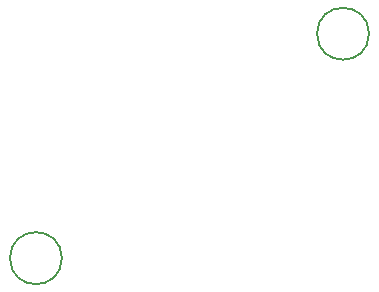
<source format=gbr>
G04 #@! TF.GenerationSoftware,KiCad,Pcbnew,7.0.1*
G04 #@! TF.CreationDate,2023-03-18T02:10:12+02:00*
G04 #@! TF.ProjectId,probe-pcb,70726f62-652d-4706-9362-2e6b69636164,rev?*
G04 #@! TF.SameCoordinates,Original*
G04 #@! TF.FileFunction,Other,Comment*
%FSLAX46Y46*%
G04 Gerber Fmt 4.6, Leading zero omitted, Abs format (unit mm)*
G04 Created by KiCad (PCBNEW 7.0.1) date 2023-03-18 02:10:12*
%MOMM*%
%LPD*%
G01*
G04 APERTURE LIST*
%ADD10C,0.150000*%
G04 APERTURE END LIST*
D10*
G04 #@! TO.C,H1*
X103650000Y-86450000D02*
G75*
G03*
X103650000Y-86450000I-2200000J0D01*
G01*
G04 #@! TO.C,H2*
X129650000Y-67450000D02*
G75*
G03*
X129650000Y-67450000I-2200000J0D01*
G01*
G04 #@! TD*
M02*

</source>
